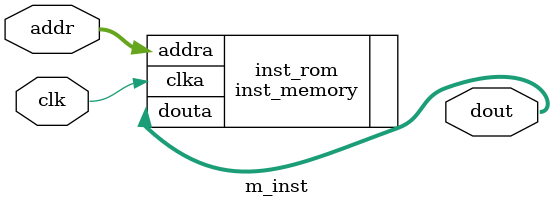
<source format=v>
module m_inst(clk,addr,dout);
    input clk;
    input [13:0] addr;
    output [31:0] dout;
    inst_memory inst_rom(.clka(clk),.addra(addr),.douta(dout));
endmodule

</source>
